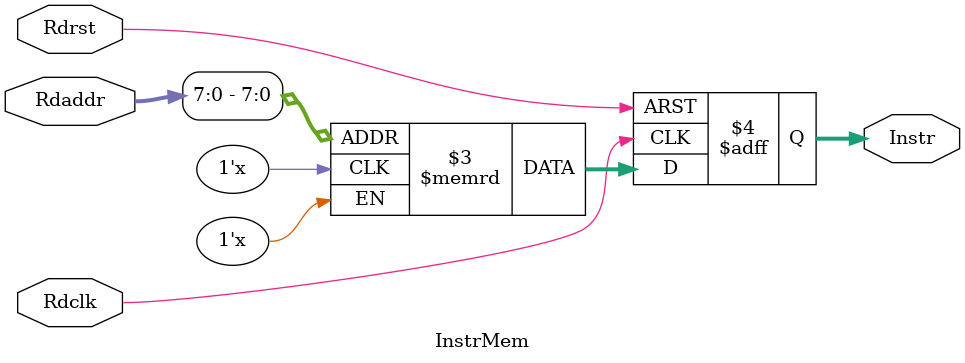
<source format=v>
module InstrMem(
    input   wire            Rdclk,
	input	wire			Rdrst,
    input   wire    [31:0]  Rdaddr,
    output  reg     [31:0]  Instr
    );
    
reg [31:0] memory [0:255];  

always@(negedge Rdclk or negedge Rdrst) begin  
    if(!Rdrst) begin  
        Instr <= 32'd0;  
    end else begin  
        Instr <= memory[Rdaddr[7:0]];  
    end  
end  

endmodule
</source>
